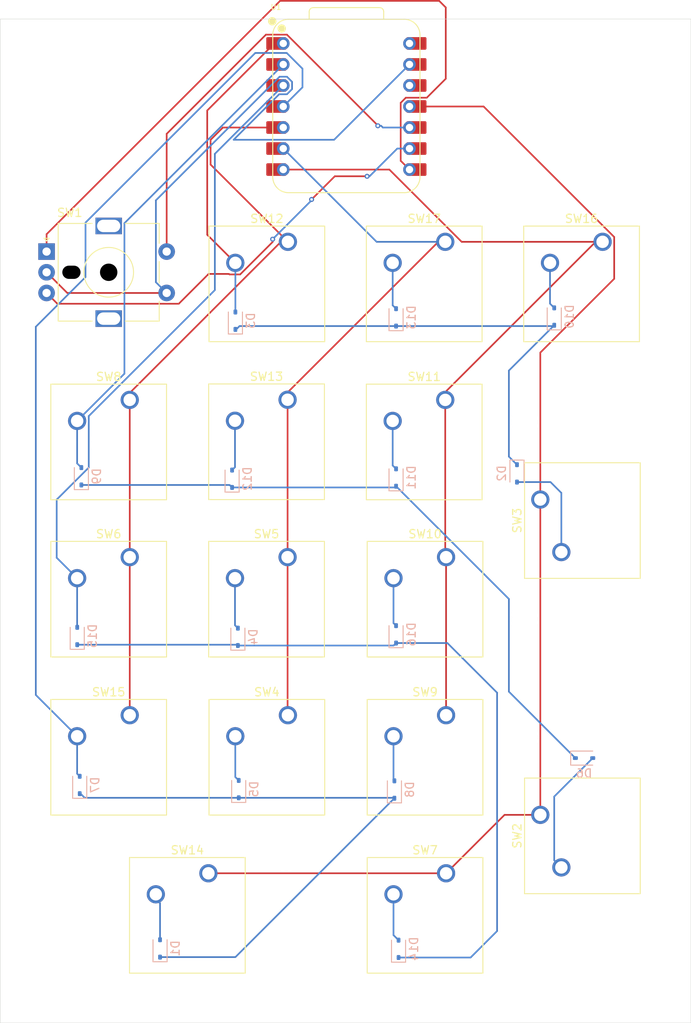
<source format=kicad_pcb>
(kicad_pcb (version 20241229) (generator "pcbnew") (generator_version "9.0")
  (layers (0 "F.Cu" signal) (2 "B.Cu" signal) (13 "F.Paste" user) (15 "B.Paste" user) (5 "F.SilkS" user "F.Silkscreen") (7 "B.SilkS" user "B.Silkscreen") (1 "F.Mask" user) (3 "B.Mask" user) (25 "Edge.Cuts" user))
  (net 0 "")
  (net 1 "ROW0")
  (net 2 "Net-(D1-A)")
  (net 3 "Net-(D4-A)")
  (net 4 "ROW1")
  (net 5 "ROW2")
  (net 6 "ROW3")
  (net 7 "Net-(D8-A)")
  (net 8 "GND")
  (net 9 "Net-(U1-GPIO2{slash}SCK)")
  (net 10 "Net-(U1-GPIO1{slash}RX)")
  (net 13 "3V3")
  (net 14 "COL0")
  (net 15 "COL1")
  (net 16 "COL2")
  (net 18 "COL3")
  (footprint "Button_Switch_Keyboard:SW_Cherry_MX_1.00u_PCB" (layer "F.Cu") (at 76.6 131.92)
    (property "Reference" "SW5" (at -2.54 -2.794 0) (layer "F.SilkS"))
    (property "Value" "SW_Push_45deg")
    (fp_line (start -9.525 -1.905) (end 4.445 -1.905) (stroke (width 0.12)) (layer "F.SilkS"))
    (fp_line (start -9.525 12.065) (end -9.525 -1.905) (stroke (width 0.12)) (layer "F.SilkS"))
    (fp_line (start 4.445 -1.905) (end 4.445 12.065) (stroke (width 0.12)) (layer "F.SilkS"))
    (fp_line (start 4.445 12.065) (end -9.525 12.065) (stroke (width 0.12)) (layer "F.SilkS"))
    (pad "" np_thru_hole circle (at -7.62 5.08) (size 1.7 1.7) (drill 1.7) (layers "*.Cu" "*.Mask"))
    (pad "" np_thru_hole circle (at -2.54 5.08) (size 4 4) (drill 4) (layers "*.Cu" "*.Mask"))
    (pad "" np_thru_hole circle (at 2.54 5.08) (size 1.7 1.7) (drill 1.7) (layers "*.Cu" "*.Mask"))
    (pad "1" thru_hole circle (at 0 0) (size 2.2 2.2) (drill 1.5) (layers "*.Cu" "*.Mask") (net 15 "COL1"))
    (pad "2" thru_hole circle (at -6.35 2.54) (size 2.2 2.2) (drill 1.5) (layers "*.Cu" "*.Mask") (net 3 "Net-(D4-A)"))
  )
  (footprint "Button_Switch_Keyboard:SW_Cherry_MX_1.00u_PCB" (layer "F.Cu") (at 76.6 112.9)
    (property "Reference" "SW13" (at -2.54 -2.794 0) (layer "F.SilkS"))
    (property "Value" "SW_Push_45deg")
    (fp_line (start -9.525 -1.905) (end 4.445 -1.905) (stroke (width 0.12)) (layer "F.SilkS"))
    (fp_line (start -9.525 12.065) (end -9.525 -1.905) (stroke (width 0.12)) (layer "F.SilkS"))
    (fp_line (start 4.445 -1.905) (end 4.445 12.065) (stroke (width 0.12)) (layer "F.SilkS"))
    (fp_line (start 4.445 12.065) (end -9.525 12.065) (stroke (width 0.12)) (layer "F.SilkS"))
    (pad "" np_thru_hole circle (at -7.62 5.08) (size 1.7 1.7) (drill 1.7) (layers "*.Cu" "*.Mask"))
    (pad "" np_thru_hole circle (at -2.54 5.08) (size 4 4) (drill 4) (layers "*.Cu" "*.Mask"))
    (pad "" np_thru_hole circle (at 2.54 5.08) (size 1.7 1.7) (drill 1.7) (layers "*.Cu" "*.Mask"))
    (pad "1" thru_hole circle (at 0 0) (size 2.2 2.2) (drill 1.5) (layers "*.Cu" "*.Mask") (net 15 "COL1"))
    (pad "2" thru_hole circle (at -6.35 2.54) (size 2.2 2.2) (drill 1.5) (layers "*.Cu" "*.Mask"))
  )
  (footprint "Seeed Studio XIAO Series Library:XIAO-RP2040-DIP" (layer "F.Cu") (at 83.7 77.4685)
    (property "Reference" "U1" (at -8.5 -12 0) (layer "F.SilkS") (effects (font (size 0.635 0.635) (thickness 0.1016))))
    (property "Value" "XIAO-RP2040-DIP")
    (fp_line (start -8.89 8.509) (end -8.89 -8.636) (stroke (width 0.127)) (layer "F.SilkS"))
    (fp_line (start -6.985 10.414) (end 6.985 10.414) (stroke (width 0.127)) (layer "F.SilkS"))
    (fp_line (start -4.495 -10.541) (end -4.491272 -11.451272) (stroke (width 0.127)) (layer "F.SilkS"))
    (fp_line (start -3.991272 -11.951) (end 4.004 -11.951) (stroke (width 0.127)) (layer "F.SilkS"))
    (fp_line (start 4.504 -11.451) (end 4.504 -10.541) (stroke (width 0.127)) (layer "F.SilkS"))
    (fp_line (start 6.985 -10.541) (end -6.985 -10.541) (stroke (width 0.1)) (layer "F.SilkS"))
    (fp_line (start 6.985 -10.541) (end -6.985 -10.541) (stroke (width 0.127)) (layer "F.SilkS"))
    (fp_line (start 8.89 8.509) (end 8.89 -8.636) (stroke (width 0.127)) (layer "F.SilkS"))
    (fp_arc (start -8.89 -8.636) (mid -8.332038 -9.983038) (end -6.985 -10.541) (stroke (width 0.127)) (layer "F.SilkS"))
    (fp_arc (start -6.985 10.414) (mid -8.332038 9.856038) (end -8.89 8.509) (stroke (width 0.127)) (layer "F.SilkS"))
    (fp_arc (start -4.491272 -11.451272) (mid -4.344728 -11.80464) (end -3.991272 -11.951) (stroke (width 0.127)) (layer "F.SilkS"))
    (fp_arc (start 4.004 -11.951) (mid 4.357553 -11.804553) (end 4.504 -11.451) (stroke (width 0.127)) (layer "F.SilkS"))
    (fp_arc (start 6.985 -10.541) (mid 8.332038 -9.983038) (end 8.89 -8.636) (stroke (width 0.127)) (layer "F.SilkS"))
    (fp_arc (start 8.89 8.509) (mid 8.332038 9.856038) (end 6.985 10.414) (stroke (width 0.127)) (layer "F.SilkS"))
    (fp_circle (center -8.95 -10.3) (end -8.95 -10.554) (stroke (width 0.5)) (fill yes) (layer "F.SilkS"))
    (fp_circle (center -7.807 -9.42) (end -7.807 -9.674) (stroke (width 0.5)) (fill yes) (layer "F.SilkS"))
    (pad "1" smd roundrect (at -8.455 -7.62 180) (size 2.432 1.524) (layers "F.Cu" "F.Mask") (roundrect_rratio 0.1) (net 1 "ROW0"))
    (pad "1" thru_hole circle (at -7.62 -7.62 180) (size 1.524 1.524) (drill 0.889) (layers "*.Cu" "*.Mask") (net 1 "ROW0"))
    (pad "2" smd roundrect (at -8.455 -5.08 180) (size 2.432 1.524) (layers "F.Cu" "F.Mask") (roundrect_rratio 0.1) (net 4 "ROW1"))
    (pad "2" thru_hole circle (at -7.62 -5.08 180) (size 1.524 1.524) (drill 0.889) (layers "*.Cu" "*.Mask") (net 4 "ROW1"))
    (pad "3" smd roundrect (at -8.455 -2.54 180) (size 2.432 1.524) (layers "F.Cu" "F.Mask") (roundrect_rratio 0.1) (net 5 "ROW2"))
    (pad "3" thru_hole circle (at -7.62 -2.54 180) (size 1.524 1.524) (drill 0.889) (layers "*.Cu" "*.Mask"))
    (pad "4" smd roundrect (at -8.455 0 180) (size 2.432 1.524) (layers "F.Cu" "F.Mask") (roundrect_rratio 0.1) (net 6 "ROW3"))
    (pad "4" thru_hole circle (at -7.62 0 180) (size 1.524 1.524) (drill 0.889) (layers "*.Cu" "*.Mask"))
    (pad "5" smd roundrect (at -8.455 2.54 180) (size 2.432 1.524) (layers "F.Cu" "F.Mask") (roundrect_rratio 0.1) (net 14 "COL0"))
    (pad "5" thru_hole circle (at -7.62 2.54 180) (size 1.524 1.524) (drill 0.889) (layers "*.Cu" "*.Mask") (net 14 "COL0"))
    (pad "6" smd roundrect (at -8.455 5.08 180) (size 2.432 1.524) (layers "F.Cu" "F.Mask") (roundrect_rratio 0.1) (net 15 "COL1"))
    (pad "6" thru_hole circle (at -7.62 5.08 180) (size 1.524 1.524) (drill 0.889) (layers "*.Cu" "*.Mask") (net 15 "COL1"))
    (pad "7" smd roundrect (at -8.455 7.62 180) (size 2.432 1.524) (layers "F.Cu" "F.Mask") (roundrect_rratio 0.1) (net 16 "COL2"))
    (pad "7" thru_hole circle (at -7.62 7.62 180) (size 1.524 1.524) (drill 0.889) (layers "*.Cu" "*.Mask") (net 16 "COL2"))
    (pad "8" thru_hole circle (at 7.62 7.62) (size 1.524 1.524) (drill 0.889) (layers "*.Cu" "*.Mask") (net 10 "Net-(U1-GPIO1{slash}RX)"))
    (pad "8" smd roundrect (at 8.455 7.62) (size 2.432 1.524) (layers "F.Cu" "F.Mask") (roundrect_rratio 0.1) (net 10 "Net-(U1-GPIO1{slash}RX)"))
    (pad "9" thru_hole circle (at 7.62 5.08) (size 1.524 1.524) (drill 0.889) (layers "*.Cu" "*.Mask") (net 9 "Net-(U1-GPIO2{slash}SCK)"))
    (pad "9" smd roundrect (at 8.455 5.08) (size 2.432 1.524) (layers "F.Cu" "F.Mask") (roundrect_rratio 0.1) (net 9 "Net-(U1-GPIO2{slash}SCK)"))
    (pad "10" thru_hole circle (at 7.62 2.54) (size 1.524 1.524) (drill 0.889) (layers "*.Cu" "*.Mask"))
    (pad "10" smd roundrect (at 8.455 2.54) (size 2.432 1.524) (layers "F.Cu" "F.Mask") (roundrect_rratio 0.1))
    (pad "11" thru_hole circle (at 7.62 0) (size 1.524 1.524) (drill 0.889) (layers "*.Cu" "*.Mask") (net 18 "COL3"))
    (pad "11" smd roundrect (at 8.455 0) (size 2.432 1.524) (layers "F.Cu" "F.Mask") (roundrect_rratio 0.1) (net 18 "COL3"))
    (pad "12" thru_hole circle (at 7.62 -2.54) (size 1.524 1.524) (drill 0.889) (layers "*.Cu" "*.Mask"))
    (pad "12" smd roundrect (at 8.455 -2.54) (size 2.432 1.524) (layers "F.Cu" "F.Mask") (roundrect_rratio 0.1) (net 13 "3V3"))
    (pad "13" thru_hole circle (at 7.62 -5.08) (size 1.524 1.524) (drill 0.889) (layers "*.Cu" "*.Mask") (net 8 "GND"))
    (pad "13" smd roundrect (at 8.455 -5.08) (size 2.432 1.524) (layers "F.Cu" "F.Mask") (roundrect_rratio 0.1) (net 8 "GND"))
    (pad "14" thru_hole circle (at 7.62 -7.62) (size 1.524 1.524) (drill 0.889) (layers "*.Cu" "*.Mask"))
    (pad "14" smd roundrect (at 8.455 -7.62) (size 2.432 1.524) (layers "F.Cu" "F.Mask") (roundrect_rratio 0.1))
  )
  (footprint "Button_Switch_Keyboard:SW_Cherry_MX_1.00u_PCB" (layer "F.Cu") (at 95.64 93.82)
    (property "Reference" "SW17" (at -2.54 -2.794 0) (layer "F.SilkS"))
    (property "Value" "SW_Push_45deg")
    (fp_line (start -9.525 -1.905) (end 4.445 -1.905) (stroke (width 0.12)) (layer "F.SilkS"))
    (fp_line (start -9.525 12.065) (end -9.525 -1.905) (stroke (width 0.12)) (layer "F.SilkS"))
    (fp_line (start 4.445 -1.905) (end 4.445 12.065) (stroke (width 0.12)) (layer "F.SilkS"))
    (fp_line (start 4.445 12.065) (end -9.525 12.065) (stroke (width 0.12)) (layer "F.SilkS"))
    (pad "" np_thru_hole circle (at -7.62 5.08) (size 1.7 1.7) (drill 1.7) (layers "*.Cu" "*.Mask"))
    (pad "" np_thru_hole circle (at -2.54 5.08) (size 4 4) (drill 4) (layers "*.Cu" "*.Mask"))
    (pad "" np_thru_hole circle (at 2.54 5.08) (size 1.7 1.7) (drill 1.7) (layers "*.Cu" "*.Mask"))
    (pad "1" thru_hole circle (at 0 0) (size 2.2 2.2) (drill 1.5) (layers "*.Cu" "*.Mask") (net 15 "COL1"))
    (pad "2" thru_hole circle (at -6.35 2.54) (size 2.2 2.2) (drill 1.5) (layers "*.Cu" "*.Mask"))
  )
  (footprint "Button_Switch_Keyboard:SW_Cherry_MX_1.00u_PCB" (layer "F.Cu") (at 57.54 151.02)
    (property "Reference" "SW15" (at -2.54 -2.794 0) (layer "F.SilkS"))
    (property "Value" "SW_Push_45deg")
    (fp_line (start -9.525 -1.905) (end 4.445 -1.905) (stroke (width 0.12)) (layer "F.SilkS"))
    (fp_line (start -9.525 12.065) (end -9.525 -1.905) (stroke (width 0.12)) (layer "F.SilkS"))
    (fp_line (start 4.445 -1.905) (end 4.445 12.065) (stroke (width 0.12)) (layer "F.SilkS"))
    (fp_line (start 4.445 12.065) (end -9.525 12.065) (stroke (width 0.12)) (layer "F.SilkS"))
    (pad "" np_thru_hole circle (at -7.62 5.08) (size 1.7 1.7) (drill 1.7) (layers "*.Cu" "*.Mask"))
    (pad "" np_thru_hole circle (at -2.54 5.08) (size 4 4) (drill 4) (layers "*.Cu" "*.Mask"))
    (pad "" np_thru_hole circle (at 2.54 5.08) (size 1.7 1.7) (drill 1.7) (layers "*.Cu" "*.Mask"))
    (pad "1" thru_hole circle (at 0 0) (size 2.2 2.2) (drill 1.5) (layers "*.Cu" "*.Mask") (net 14 "COL0"))
    (pad "2" thru_hole circle (at -6.35 2.54) (size 2.2 2.2) (drill 1.5) (layers "*.Cu" "*.Mask"))
  )
  (footprint "Button_Switch_Keyboard:SW_Cherry_MX_1.00u_PCB" (layer "F.Cu") (at 95.74 131.92)
    (property "Reference" "SW10" (at -2.54 -2.794 0) (layer "F.SilkS"))
    (property "Value" "SW_Push_45deg")
    (fp_line (start -9.525 -1.905) (end 4.445 -1.905) (stroke (width 0.12)) (layer "F.SilkS"))
    (fp_line (start -9.525 12.065) (end -9.525 -1.905) (stroke (width 0.12)) (layer "F.SilkS"))
    (fp_line (start 4.445 -1.905) (end 4.445 12.065) (stroke (width 0.12)) (layer "F.SilkS"))
    (fp_line (start 4.445 12.065) (end -9.525 12.065) (stroke (width 0.12)) (layer "F.SilkS"))
    (pad "" np_thru_hole circle (at -7.62 5.08) (size 1.7 1.7) (drill 1.7) (layers "*.Cu" "*.Mask"))
    (pad "" np_thru_hole circle (at -2.54 5.08) (size 4 4) (drill 4) (layers "*.Cu" "*.Mask"))
    (pad "" np_thru_hole circle (at 2.54 5.08) (size 1.7 1.7) (drill 1.7) (layers "*.Cu" "*.Mask"))
    (pad "1" thru_hole circle (at 0 0) (size 2.2 2.2) (drill 1.5) (layers "*.Cu" "*.Mask") (net 16 "COL2"))
    (pad "2" thru_hole circle (at -6.35 2.54) (size 2.2 2.2) (drill 1.5) (layers "*.Cu" "*.Mask"))
  )
  (footprint "Rotary_Encoder:RotaryEncoder_Alps_EC11E-Switch_Vertical_H20mm_MountingHoles" (layer "F.Cu") (at 47.5 95)
    (property "Reference" "SW1" (at 2.8 -4.7 0) (layer "F.SilkS"))
    (property "Value" "RotaryEncoder_Switch_MP")
    (fp_line (start -0.3 -1.6) (end 0.3 -1.6) (stroke (width 0.12)) (layer "F.SilkS"))
    (fp_line (start 0 -1.3) (end -0.3 -1.6) (stroke (width 0.12)) (layer "F.SilkS"))
    (fp_line (start 0.3 -1.6) (end 0 -1.3) (stroke (width 0.12)) (layer "F.SilkS"))
    (fp_line (start 1.4 -3.4) (end 1.4 8.4) (stroke (width 0.12)) (layer "F.SilkS"))
    (fp_line (start 5.5 -3.4) (end 1.4 -3.4) (stroke (width 0.12)) (layer "F.SilkS"))
    (fp_line (start 5.5 8.4) (end 1.4 8.4) (stroke (width 0.12)) (layer "F.SilkS"))
    (fp_line (start 9.5 -3.4) (end 13.6 -3.4) (stroke (width 0.12)) (layer "F.SilkS"))
    (fp_line (start 13.6 -3.4) (end 13.6 -1) (stroke (width 0.12)) (layer "F.SilkS"))
    (fp_line (start 13.6 1.2) (end 13.6 3.8) (stroke (width 0.12)) (layer "F.SilkS"))
    (fp_line (start 13.6 6) (end 13.6 8.4) (stroke (width 0.12)) (layer "F.SilkS"))
    (fp_line (start 13.6 8.4) (end 9.5 8.4) (stroke (width 0.12)) (layer "F.SilkS"))
    (fp_circle (center 7.5 2.5) (end 10.5 2.5) (stroke (width 0.12)) (fill no) (layer "F.SilkS"))
    (pad "" np_thru_hole oval (at 3 2.5) (size 2.2 1.6) (drill oval 2.2 1.6) (layers "*.Mask"))
    (pad "" np_thru_hole circle (at 7.5 2.5) (size 2.1 2.1) (drill 2.1) (layers "*.Mask"))
    (pad "A" thru_hole rect (at 0 0) (size 2 2) (drill 1) (layers "*.Cu" "*.Mask") (net 10 "Net-(U1-GPIO1{slash}RX)"))
    (pad "B" thru_hole circle (at 0 5) (size 2 2) (drill 1) (layers "*.Cu" "*.Mask") (net 9 "Net-(U1-GPIO2{slash}SCK)"))
    (pad "C" thru_hole circle (at 0 2.5) (size 2 2) (drill 1) (layers "*.Cu" "*.Mask") (net 8 "GND"))
    (pad "MP" thru_hole rect (at 7.5 -3.1) (size 3.2 2) (drill oval 2.8 1.5) (layers "*.Cu" "*.Mask"))
    (pad "MP" thru_hole rect (at 7.5 8.1) (size 3.2 2) (drill oval 2.8 1.5) (layers "*.Cu" "*.Mask"))
    (pad "S1" thru_hole circle (at 14.5 5) (size 2 2) (drill 1) (layers "*.Cu" "*.Mask") (net 8 "GND"))
    (pad "S2" thru_hole circle (at 14.5 0) (size 2 2) (drill 1) (layers "*.Cu" "*.Mask"))
  )
  (footprint "Button_Switch_Keyboard:SW_Cherry_MX_2.00u_PCB" (layer "F.Cu") (at 107.12 124.96 90)
    (property "Reference" "SW3" (at -2.54 -2.794 90) (layer "F.SilkS"))
    (property "Value" "SW_Push_45deg")
    (fp_line (start 4.445 -1.905) (end 4.445 12.065) (stroke (width 0.12)) (layer "F.SilkS"))
    (fp_line (start -9.525 -1.905) (end 4.445 -1.905) (stroke (width 0.12)) (layer "F.SilkS"))
    (fp_line (start 4.445 12.065) (end -9.525 12.065) (stroke (width 0.12)) (layer "F.SilkS"))
    (fp_line (start -9.525 12.065) (end -9.525 -1.905) (stroke (width 0.12)) (layer "F.SilkS"))
    (pad "" np_thru_hole circle (at -14.44 -1.92 90) (size 3.05 3.05) (drill 3.05) (layers "*.Cu" "*.Mask"))
    (pad "" np_thru_hole circle (at -14.44 13.32 90) (size 4 4) (drill 4) (layers "*.Cu" "*.Mask"))
    (pad "" np_thru_hole circle (at -7.62 5.08 90) (size 1.7 1.7) (drill 1.7) (layers "*.Cu" "*.Mask"))
    (pad "" np_thru_hole circle (at -2.54 5.08 90) (size 4 4) (drill 4) (layers "*.Cu" "*.Mask"))
    (pad "" np_thru_hole circle (at 2.54 5.08 90) (size 1.7 1.7) (drill 1.7) (layers "*.Cu" "*.Mask"))
    (pad "" np_thru_hole circle (at 9.36 -1.92 90) (size 3.05 3.05) (drill 3.05) (layers "*.Cu" "*.Mask"))
    (pad "" np_thru_hole circle (at 9.36 13.32 90) (size 4 4) (drill 4) (layers "*.Cu" "*.Mask"))
    (pad "1" thru_hole circle (at 0 0 90) (size 2.2 2.2) (drill 1.5) (layers "*.Cu" "*.Mask") (net 18 "COL3"))
    (pad "2" thru_hole circle (at -6.35 2.54 90) (size 2.2 2.2) (drill 1.5) (layers "*.Cu" "*.Mask"))
  )
  (footprint "Button_Switch_Keyboard:SW_Cherry_MX_1.00u_PCB" (layer "F.Cu") (at 114.64 93.82)
    (property "Reference" "SW16" (at -2.54 -2.794 0) (layer "F.SilkS"))
    (property "Value" "SW_Push_45deg")
    (fp_line (start -9.525 -1.905) (end 4.445 -1.905) (stroke (width 0.12)) (layer "F.SilkS"))
    (fp_line (start -9.525 12.065) (end -9.525 -1.905) (stroke (width 0.12)) (layer "F.SilkS"))
    (fp_line (start 4.445 -1.905) (end 4.445 12.065) (stroke (width 0.12)) (layer "F.SilkS"))
    (fp_line (start 4.445 12.065) (end -9.525 12.065) (stroke (width 0.12)) (layer "F.SilkS"))
    (pad "" np_thru_hole circle (at -7.62 5.08) (size 1.7 1.7) (drill 1.7) (layers "*.Cu" "*.Mask"))
    (pad "" np_thru_hole circle (at -2.54 5.08) (size 4 4) (drill 4) (layers "*.Cu" "*.Mask"))
    (pad "" np_thru_hole circle (at 2.54 5.08) (size 1.7 1.7) (drill 1.7) (layers "*.Cu" "*.Mask"))
    (pad "1" thru_hole circle (at 0 0) (size 2.2 2.2) (drill 1.5) (layers "*.Cu" "*.Mask") (net 16 "COL2"))
    (pad "2" thru_hole circle (at -6.35 2.54) (size 2.2 2.2) (drill 1.5) (layers "*.Cu" "*.Mask"))
  )
  (footprint "Button_Switch_Keyboard:SW_Cherry_MX_1.00u_PCB" (layer "F.Cu") (at 95.74 151.02)
    (property "Reference" "SW9" (at -2.54 -2.794 0) (layer "F.SilkS"))
    (property "Value" "SW_Push_45deg")
    (fp_line (start -9.525 -1.905) (end 4.445 -1.905) (stroke (width 0.12)) (layer "F.SilkS"))
    (fp_line (start -9.525 12.065) (end -9.525 -1.905) (stroke (width 0.12)) (layer "F.SilkS"))
    (fp_line (start 4.445 -1.905) (end 4.445 12.065) (stroke (width 0.12)) (layer "F.SilkS"))
    (fp_line (start 4.445 12.065) (end -9.525 12.065) (stroke (width 0.12)) (layer "F.SilkS"))
    (pad "" np_thru_hole circle (at -7.62 5.08) (size 1.7 1.7) (drill 1.7) (layers "*.Cu" "*.Mask"))
    (pad "" np_thru_hole circle (at -2.54 5.08) (size 4 4) (drill 4) (layers "*.Cu" "*.Mask"))
    (pad "" np_thru_hole circle (at 2.54 5.08) (size 1.7 1.7) (drill 1.7) (layers "*.Cu" "*.Mask"))
    (pad "1" thru_hole circle (at 0 0) (size 2.2 2.2) (drill 1.5) (layers "*.Cu" "*.Mask") (net 16 "COL2"))
    (pad "2" thru_hole circle (at -6.35 2.54) (size 2.2 2.2) (drill 1.5) (layers "*.Cu" "*.Mask") (net 7 "Net-(D8-A)"))
  )
  (footprint "Button_Switch_Keyboard:SW_Cherry_MX_1.00u_PCB" (layer "F.Cu") (at 57.54 131.92)
    (property "Reference" "SW6" (at -2.54 -2.794 0) (layer "F.SilkS"))
    (property "Value" "SW_Push_45deg")
    (fp_line (start -9.525 -1.905) (end 4.445 -1.905) (stroke (width 0.12)) (layer "F.SilkS"))
    (fp_line (start -9.525 12.065) (end -9.525 -1.905) (stroke (width 0.12)) (layer "F.SilkS"))
    (fp_line (start 4.445 -1.905) (end 4.445 12.065) (stroke (width 0.12)) (layer "F.SilkS"))
    (fp_line (start 4.445 12.065) (end -9.525 12.065) (stroke (width 0.12)) (layer "F.SilkS"))
    (pad "" np_thru_hole circle (at -7.62 5.08) (size 1.7 1.7) (drill 1.7) (layers "*.Cu" "*.Mask"))
    (pad "" np_thru_hole circle (at -2.54 5.08) (size 4 4) (drill 4) (layers "*.Cu" "*.Mask"))
    (pad "" np_thru_hole circle (at 2.54 5.08) (size 1.7 1.7) (drill 1.7) (layers "*.Cu" "*.Mask"))
    (pad "1" thru_hole circle (at 0 0) (size 2.2 2.2) (drill 1.5) (layers "*.Cu" "*.Mask") (net 14 "COL0"))
    (pad "2" thru_hole circle (at -6.35 2.54) (size 2.2 2.2) (drill 1.5) (layers "*.Cu" "*.Mask"))
  )
  (footprint "Button_Switch_Keyboard:SW_Cherry_MX_2.00u_PCB" (layer "F.Cu") (at 107.12 163.06 90)
    (property "Reference" "SW2" (at -2.54 -2.794 90) (layer "F.SilkS"))
    (property "Value" "SW_Push_45deg")
    (fp_line (start 4.445 -1.905) (end 4.445 12.065) (stroke (width 0.12)) (layer "F.SilkS"))
    (fp_line (start -9.525 -1.905) (end 4.445 -1.905) (stroke (width 0.12)) (layer "F.SilkS"))
    (fp_line (start 4.445 12.065) (end -9.525 12.065) (stroke (width 0.12)) (layer "F.SilkS"))
    (fp_line (start -9.525 12.065) (end -9.525 -1.905) (stroke (width 0.12)) (layer "F.SilkS"))
    (pad "" np_thru_hole circle (at -14.44 -1.92 90) (size 3.05 3.05) (drill 3.05) (layers "*.Cu" "*.Mask"))
    (pad "" np_thru_hole circle (at -14.44 13.32 90) (size 4 4) (drill 4) (layers "*.Cu" "*.Mask"))
    (pad "" np_thru_hole circle (at -7.62 5.08 90) (size 1.7 1.7) (drill 1.7) (layers "*.Cu" "*.Mask"))
    (pad "" np_thru_hole circle (at -2.54 5.08 90) (size 4 4) (drill 4) (layers "*.Cu" "*.Mask"))
    (pad "" np_thru_hole circle (at 2.54 5.08 90) (size 1.7 1.7) (drill 1.7) (layers "*.Cu" "*.Mask"))
    (pad "" np_thru_hole circle (at 9.36 -1.92 90) (size 3.05 3.05) (drill 3.05) (layers "*.Cu" "*.Mask"))
    (pad "" np_thru_hole circle (at 9.36 13.32 90) (size 4 4) (drill 4) (layers "*.Cu" "*.Mask"))
    (pad "1" thru_hole circle (at 0 0 90) (size 2.2 2.2) (drill 1.5) (layers "*.Cu" "*.Mask") (net 18 "COL3"))
    (pad "2" thru_hole circle (at -6.35 2.54 90) (size 2.2 2.2) (drill 1.5) (layers "*.Cu" "*.Mask"))
  )
  (footprint "Button_Switch_Keyboard:SW_Cherry_MX_1.00u_PCB" (layer "F.Cu") (at 95.64 112.92)
    (property "Reference" "SW11" (at -2.54 -2.794 0) (layer "F.SilkS"))
    (property "Value" "SW_Push_45deg")
    (fp_line (start -9.525 -1.905) (end 4.445 -1.905) (stroke (width 0.12)) (layer "F.SilkS"))
    (fp_line (start -9.525 12.065) (end -9.525 -1.905) (stroke (width 0.12)) (layer "F.SilkS"))
    (fp_line (start 4.445 -1.905) (end 4.445 12.065) (stroke (width 0.12)) (layer "F.SilkS"))
    (fp_line (start 4.445 12.065) (end -9.525 12.065) (stroke (width 0.12)) (layer "F.SilkS"))
    (pad "" np_thru_hole circle (at -7.62 5.08) (size 1.7 1.7) (drill 1.7) (layers "*.Cu" "*.Mask"))
    (pad "" np_thru_hole circle (at -2.54 5.08) (size 4 4) (drill 4) (layers "*.Cu" "*.Mask"))
    (pad "" np_thru_hole circle (at 2.54 5.08) (size 1.7 1.7) (drill 1.7) (layers "*.Cu" "*.Mask"))
    (pad "1" thru_hole circle (at 0 0) (size 2.2 2.2) (drill 1.5) (layers "*.Cu" "*.Mask") (net 16 "COL2"))
    (pad "2" thru_hole circle (at -6.35 2.54) (size 2.2 2.2) (drill 1.5) (layers "*.Cu" "*.Mask"))
  )
  (footprint "Button_Switch_Keyboard:SW_Cherry_MX_1.00u_PCB" (layer "F.Cu") (at 57.54 112.92)
    (property "Reference" "SW8" (at -2.54 -2.794 0) (layer "F.SilkS"))
    (property "Value" "SW_Push_45deg")
    (fp_line (start -9.525 -1.905) (end 4.445 -1.905) (stroke (width 0.12)) (layer "F.SilkS"))
    (fp_line (start -9.525 12.065) (end -9.525 -1.905) (stroke (width 0.12)) (layer "F.SilkS"))
    (fp_line (start 4.445 -1.905) (end 4.445 12.065) (stroke (width 0.12)) (layer "F.SilkS"))
    (fp_line (start 4.445 12.065) (end -9.525 12.065) (stroke (width 0.12)) (layer "F.SilkS"))
    (pad "" np_thru_hole circle (at -7.62 5.08) (size 1.7 1.7) (drill 1.7) (layers "*.Cu" "*.Mask"))
    (pad "" np_thru_hole circle (at -2.54 5.08) (size 4 4) (drill 4) (layers "*.Cu" "*.Mask"))
    (pad "" np_thru_hole circle (at 2.54 5.08) (size 1.7 1.7) (drill 1.7) (layers "*.Cu" "*.Mask"))
    (pad "1" thru_hole circle (at 0 0) (size 2.2 2.2) (drill 1.5) (layers "*.Cu" "*.Mask") (net 14 "COL0"))
    (pad "2" thru_hole circle (at -6.35 2.54) (size 2.2 2.2) (drill 1.5) (layers "*.Cu" "*.Mask"))
  )
  (footprint "Button_Switch_Keyboard:SW_Cherry_MX_1.00u_PCB" (layer "F.Cu") (at 76.64 151.02)
    (property "Reference" "SW4" (at -2.54 -2.794 0) (layer "F.SilkS"))
    (property "Value" "SW_Push_45deg")
    (fp_line (start -9.525 -1.905) (end 4.445 -1.905) (stroke (width 0.12)) (layer "F.SilkS"))
    (fp_line (start -9.525 12.065) (end -9.525 -1.905) (stroke (width 0.12)) (layer "F.SilkS"))
    (fp_line (start 4.445 -1.905) (end 4.445 12.065) (stroke (width 0.12)) (layer "F.SilkS"))
    (fp_line (start 4.445 12.065) (end -9.525 12.065) (stroke (width 0.12)) (layer "F.SilkS"))
    (pad "" np_thru_hole circle (at -7.62 5.08) (size 1.7 1.7) (drill 1.7) (layers "*.Cu" "*.Mask"))
    (pad "" np_thru_hole circle (at -2.54 5.08) (size 4 4) (drill 4) (layers "*.Cu" "*.Mask"))
    (pad "" np_thru_hole circle (at 2.54 5.08) (size 1.7 1.7) (drill 1.7) (layers "*.Cu" "*.Mask"))
    (pad "1" thru_hole circle (at 0 0) (size 2.2 2.2) (drill 1.5) (layers "*.Cu" "*.Mask") (net 15 "COL1"))
    (pad "2" thru_hole circle (at -6.35 2.54) (size 2.2 2.2) (drill 1.5) (layers "*.Cu" "*.Mask"))
  )
  (footprint "Button_Switch_Keyboard:SW_Cherry_MX_2.00u_PCB" (layer "F.Cu") (at 67.04 170.12)
    (property "Reference" "SW14" (at -2.54 -2.794 0) (layer "F.SilkS"))
    (property "Value" "SW_Push_45deg")
    (fp_line (start -9.525 -1.905) (end 4.445 -1.905) (stroke (width 0.12)) (layer "F.SilkS"))
    (fp_line (start -9.525 12.065) (end -9.525 -1.905) (stroke (width 0.12)) (layer "F.SilkS"))
    (fp_line (start 4.445 -1.905) (end 4.445 12.065) (stroke (width 0.12)) (layer "F.SilkS"))
    (fp_line (start 4.445 12.065) (end -9.525 12.065) (stroke (width 0.12)) (layer "F.SilkS"))
    (pad "" np_thru_hole circle (at -14.44 -1.92) (size 3.05 3.05) (drill 3.05) (layers "*.Cu" "*.Mask"))
    (pad "" np_thru_hole circle (at -14.44 13.32) (size 4 4) (drill 4) (layers "*.Cu" "*.Mask"))
    (pad "" np_thru_hole circle (at -7.62 5.08) (size 1.7 1.7) (drill 1.7) (layers "*.Cu" "*.Mask"))
    (pad "" np_thru_hole circle (at -2.54 5.08) (size 4 4) (drill 4) (layers "*.Cu" "*.Mask"))
    (pad "" np_thru_hole circle (at 2.54 5.08) (size 1.7 1.7) (drill 1.7) (layers "*.Cu" "*.Mask"))
    (pad "" np_thru_hole circle (at 9.36 -1.92) (size 3.05 3.05) (drill 3.05) (layers "*.Cu" "*.Mask"))
    (pad "" np_thru_hole circle (at 9.36 13.32) (size 4 4) (drill 4) (layers "*.Cu" "*.Mask"))
    (pad "1" thru_hole circle (at 0 0) (size 2.2 2.2) (drill 1.5) (layers "*.Cu" "*.Mask") (net 18 "COL3"))
    (pad "2" thru_hole circle (at -6.35 2.54) (size 2.2 2.2) (drill 1.5) (layers "*.Cu" "*.Mask") (net 2 "Net-(D1-A)"))
  )
  (footprint "Button_Switch_Keyboard:SW_Cherry_MX_1.00u_PCB" (layer "F.Cu") (at 95.74 170.12)
    (property "Reference" "SW7" (at -2.54 -2.794 0) (layer "F.SilkS"))
    (property "Value" "SW_Push_45deg")
    (fp_line (start -9.525 -1.905) (end 4.445 -1.905) (stroke (width 0.12)) (layer "F.SilkS"))
    (fp_line (start -9.525 12.065) (end -9.525 -1.905) (stroke (width 0.12)) (layer "F.SilkS"))
    (fp_line (start 4.445 -1.905) (end 4.445 12.065) (stroke (width 0.12)) (layer "F.SilkS"))
    (fp_line (start 4.445 12.065) (end -9.525 12.065) (stroke (width 0.12)) (layer "F.SilkS"))
    (pad "" np_thru_hole circle (at -7.62 5.08) (size 1.7 1.7) (drill 1.7) (layers "*.Cu" "*.Mask"))
    (pad "" np_thru_hole circle (at -2.54 5.08) (size 4 4) (drill 4) (layers "*.Cu" "*.Mask"))
    (pad "" np_thru_hole circle (at 2.54 5.08) (size 1.7 1.7) (drill 1.7) (layers "*.Cu" "*.Mask"))
    (pad "1" thru_hole circle (at 0 0) (size 2.2 2.2) (drill 1.5) (layers "*.Cu" "*.Mask") (net 18 "COL3"))
    (pad "2" thru_hole circle (at -6.35 2.54) (size 2.2 2.2) (drill 1.5) (layers "*.Cu" "*.Mask"))
  )
  (footprint "Button_Switch_Keyboard:SW_Cherry_MX_1.00u_PCB" (layer "F.Cu") (at 76.64 93.82)
    (property "Reference" "SW12" (at -2.54 -2.794 0) (layer "F.SilkS"))
    (property "Value" "SW_Push_45deg")
    (fp_line (start -9.525 -1.905) (end 4.445 -1.905) (stroke (width 0.12)) (layer "F.SilkS"))
    (fp_line (start -9.525 12.065) (end -9.525 -1.905) (stroke (width 0.12)) (layer "F.SilkS"))
    (fp_line (start 4.445 -1.905) (end 4.445 12.065) (stroke (width 0.12)) (layer "F.SilkS"))
    (fp_line (start 4.445 12.065) (end -9.525 12.065) (stroke (width 0.12)) (layer "F.SilkS"))
    (pad "" np_thru_hole circle (at -7.62 5.08) (size 1.7 1.7) (drill 1.7) (layers "*.Cu" "*.Mask"))
    (pad "" np_thru_hole circle (at -2.54 5.08) (size 4 4) (drill 4) (layers "*.Cu" "*.Mask"))
    (pad "" np_thru_hole circle (at 2.54 5.08) (size 1.7 1.7) (drill 1.7) (layers "*.Cu" "*.Mask"))
    (pad "1" thru_hole circle (at 0 0) (size 2.2 2.2) (drill 1.5) (layers "*.Cu" "*.Mask") (net 14 "COL0"))
    (pad "2" thru_hole circle (at -6.35 2.54) (size 2.2 2.2) (drill 1.5) (layers "*.Cu" "*.Mask"))
  )
  (footprint "Diode_SMD:D_SOD-323" (layer "B.Cu") (at 89.5 160 90)
    (property "Reference" "D8" (at 0 1.85 90) (layer "B.SilkS") (effects (justify mirror)))
    (property "Value" "1N4148WS")
    (fp_line (start -1.61 -0.85) (end 1.05 -0.85) (stroke (width 0.12)) (layer "B.SilkS"))
    (fp_line (start -1.61 0.85) (end -1.61 -0.85) (stroke (width 0.12)) (layer "B.SilkS"))
    (fp_line (start -1.61 0.85) (end 1.05 0.85) (stroke (width 0.12)) (layer "B.SilkS"))
    (pad "1" smd roundrect (at -1.05 0 90) (size 0.6 0.45) (layers "B.Cu" "B.Mask" "B.Paste") (net 6 "ROW3"))
    (pad "2" smd roundrect (at 1.05 0 90) (size 0.6 0.45) (layers "B.Cu" "B.Mask" "B.Paste") (net 7 "Net-(D8-A)"))
  )
  (footprint "Diode_SMD:D_SOD-323" (layer "B.Cu") (at 70.6 141.55 90)
    (property "Reference" "D4" (at 0 1.85 90) (layer "B.SilkS") (effects (justify mirror)))
    (property "Value" "1N4148WS")
    (fp_line (start -1.61 -0.85) (end 1.05 -0.85) (stroke (width 0.12)) (layer "B.SilkS"))
    (fp_line (start -1.61 0.85) (end -1.61 -0.85) (stroke (width 0.12)) (layer "B.SilkS"))
    (fp_line (start -1.61 0.85) (end 1.05 0.85) (stroke (width 0.12)) (layer "B.SilkS"))
    (pad "1" smd roundrect (at -1.05 0 90) (size 0.6 0.45) (layers "B.Cu" "B.Mask" "B.Paste") (net 5 "ROW2"))
    (pad "2" smd roundrect (at 1.05 0 90) (size 0.6 0.45) (layers "B.Cu" "B.Mask" "B.Paste") (net 3 "Net-(D4-A)"))
  )
  (footprint "Diode_SMD:D_SOD-323" (layer "B.Cu") (at 89.7 102.95 90)
    (property "Reference" "D13" (at 0 1.85 90) (layer "B.SilkS") (effects (justify mirror)))
    (property "Value" "1N4148WS")
    (fp_line (start -1.61 -0.85) (end 1.05 -0.85) (stroke (width 0.12)) (layer "B.SilkS"))
    (fp_line (start -1.61 0.85) (end -1.61 -0.85) (stroke (width 0.12)) (layer "B.SilkS"))
    (fp_line (start -1.61 0.85) (end 1.05 0.85) (stroke (width 0.12)) (layer "B.SilkS"))
    (pad "1" smd roundrect (at -1.05 0 90) (size 0.6 0.45) (layers "B.Cu" "B.Mask" "B.Paste") (net 1 "ROW0"))
    (pad "2" smd roundrect (at 1.05 0 90) (size 0.6 0.45) (layers "B.Cu" "B.Mask" "B.Paste"))
  )
  (footprint "Diode_SMD:D_SOD-323" (layer "B.Cu") (at 51.2 141.45 90)
    (property "Reference" "D15" (at 0 1.85 90) (layer "B.SilkS") (effects (justify mirror)))
    (property "Value" "1N4148WS")
    (fp_line (start -1.61 -0.85) (end 1.05 -0.85) (stroke (width 0.12)) (layer "B.SilkS"))
    (fp_line (start -1.61 0.85) (end -1.61 -0.85) (stroke (width 0.12)) (layer "B.SilkS"))
    (fp_line (start -1.61 0.85) (end 1.05 0.85) (stroke (width 0.12)) (layer "B.SilkS"))
    (pad "1" smd roundrect (at -1.05 0 90) (size 0.6 0.45) (layers "B.Cu" "B.Mask" "B.Paste") (net 5 "ROW2"))
    (pad "2" smd roundrect (at 1.05 0 90) (size 0.6 0.45) (layers "B.Cu" "B.Mask" "B.Paste"))
  )
  (footprint "Diode_SMD:D_SOD-323" (layer "B.Cu") (at 108.8 102.85 90)
    (property "Reference" "D10" (at 0 1.85 90) (layer "B.SilkS") (effects (justify mirror)))
    (property "Value" "1N4148WS")
    (fp_line (start -1.61 -0.85) (end 1.05 -0.85) (stroke (width 0.12)) (layer "B.SilkS"))
    (fp_line (start -1.61 0.85) (end -1.61 -0.85) (stroke (width 0.12)) (layer "B.SilkS"))
    (fp_line (start -1.61 0.85) (end 1.05 0.85) (stroke (width 0.12)) (layer "B.SilkS"))
    (pad "1" smd roundrect (at -1.05 0 90) (size 0.6 0.45) (layers "B.Cu" "B.Mask" "B.Paste") (net 1 "ROW0"))
    (pad "2" smd roundrect (at 1.05 0 90) (size 0.6 0.45) (layers "B.Cu" "B.Mask" "B.Paste"))
  )
  (footprint "Diode_SMD:D_SOD-323" (layer "B.Cu") (at 51.7 122.15 90)
    (property "Reference" "D9" (at 0 1.85 90) (layer "B.SilkS") (effects (justify mirror)))
    (property "Value" "1N4148WS")
    (fp_line (start -1.61 -0.85) (end 1.05 -0.85) (stroke (width 0.12)) (layer "B.SilkS"))
    (fp_line (start -1.61 0.85) (end -1.61 -0.85) (stroke (width 0.12)) (layer "B.SilkS"))
    (fp_line (start -1.61 0.85) (end 1.05 0.85) (stroke (width 0.12)) (layer "B.SilkS"))
    (pad "1" smd roundrect (at -1.05 0 90) (size 0.6 0.45) (layers "B.Cu" "B.Mask" "B.Paste") (net 4 "ROW1"))
    (pad "2" smd roundrect (at 1.05 0 90) (size 0.6 0.45) (layers "B.Cu" "B.Mask" "B.Paste"))
  )
  (footprint "Diode_SMD:D_SOD-323" (layer "B.Cu") (at 69.9 122.45 90)
    (property "Reference" "D12" (at 0 1.85 90) (layer "B.SilkS") (effects (justify mirror)))
    (property "Value" "1N4148WS")
    (fp_line (start -1.61 -0.85) (end 1.05 -0.85) (stroke (width 0.12)) (layer "B.SilkS"))
    (fp_line (start -1.61 0.85) (end -1.61 -0.85) (stroke (width 0.12)) (layer "B.SilkS"))
    (fp_line (start -1.61 0.85) (end 1.05 0.85) (stroke (width 0.12)) (layer "B.SilkS"))
    (pad "1" smd roundrect (at -1.05 0 90) (size 0.6 0.45) (layers "B.Cu" "B.Mask" "B.Paste") (net 4 "ROW1"))
    (pad "2" smd roundrect (at 1.05 0 90) (size 0.6 0.45) (layers "B.Cu" "B.Mask" "B.Paste"))
  )
  (footprint "Diode_SMD:D_SOD-323" (layer "B.Cu") (at 70.3 103.35 90)
    (property "Reference" "D3" (at 0 1.85 90) (layer "B.SilkS") (effects (justify mirror)))
    (property "Value" "1N4148WS")
    (fp_line (start -1.61 -0.85) (end 1.05 -0.85) (stroke (width 0.12)) (layer "B.SilkS"))
    (fp_line (start -1.61 0.85) (end -1.61 -0.85) (stroke (width 0.12)) (layer "B.SilkS"))
    (fp_line (start -1.61 0.85) (end 1.05 0.85) (stroke (width 0.12)) (layer "B.SilkS"))
    (pad "1" smd roundrect (at -1.05 0 90) (size 0.6 0.45) (layers "B.Cu" "B.Mask" "B.Paste") (net 1 "ROW0"))
    (pad "2" smd roundrect (at 1.05 0 90) (size 0.6 0.45) (layers "B.Cu" "B.Mask" "B.Paste"))
  )
  (footprint "Diode_SMD:D_SOD-323" (layer "B.Cu") (at 51.5 159.45 90)
    (property "Reference" "D7" (at 0 1.85 90) (layer "B.SilkS") (effects (justify mirror)))
    (property "Value" "1N4148WS")
    (fp_line (start -1.61 -0.85) (end 1.05 -0.85) (stroke (width 0.12)) (layer "B.SilkS"))
    (fp_line (start -1.61 0.85) (end -1.61 -0.85) (stroke (width 0.12)) (layer "B.SilkS"))
    (fp_line (start -1.61 0.85) (end 1.05 0.85) (stroke (width 0.12)) (layer "B.SilkS"))
    (pad "1" smd roundrect (at -1.05 0 90) (size 0.6 0.45) (layers "B.Cu" "B.Mask" "B.Paste") (net 6 "ROW3"))
    (pad "2" smd roundrect (at 1.05 0 90) (size 0.6 0.45) (layers "B.Cu" "B.Mask" "B.Paste"))
  )
  (footprint "Diode_SMD:D_SOD-323" (layer "B.Cu") (at 89.7 122.3 90)
    (property "Reference" "D11" (at 0 1.85 90) (layer "B.SilkS") (effects (justify mirror)))
    (property "Value" "1N4148WS")
    (fp_line (start -1.61 -0.85) (end 1.05 -0.85) (stroke (width 0.12)) (layer "B.SilkS"))
    (fp_line (start -1.61 0.85) (end -1.61 -0.85) (stroke (width 0.12)) (layer "B.SilkS"))
    (fp_line (start -1.61 0.85) (end 1.05 0.85) (stroke (width 0.12)) (layer "B.SilkS"))
    (pad "1" smd roundrect (at -1.05 0 90) (size 0.6 0.45) (layers "B.Cu" "B.Mask" "B.Paste") (net 4 "ROW1"))
    (pad "2" smd roundrect (at 1.05 0 90) (size 0.6 0.45) (layers "B.Cu" "B.Mask" "B.Paste"))
  )
  (footprint "Diode_SMD:D_SOD-323" (layer "B.Cu") (at 112.4 156.2)
    (property "Reference" "D6" (at 0 1.85 180) (layer "B.SilkS") (effects (justify mirror)))
    (property "Value" "1N4148WS")
    (fp_line (start -1.61 -0.85) (end 1.05 -0.85) (stroke (width 0.12)) (layer "B.SilkS"))
    (fp_line (start -1.61 0.85) (end -1.61 -0.85) (stroke (width 0.12)) (layer "B.SilkS"))
    (fp_line (start -1.61 0.85) (end 1.05 0.85) (stroke (width 0.12)) (layer "B.SilkS"))
    (pad "1" smd roundrect (at -1.05 0) (size 0.6 0.45) (layers "B.Cu" "B.Mask" "B.Paste") (net 4 "ROW1"))
    (pad "2" smd roundrect (at 1.05 0) (size 0.6 0.45) (layers "B.Cu" "B.Mask" "B.Paste"))
  )
  (footprint "Diode_SMD:D_SOD-323" (layer "B.Cu") (at 61.2 179.2 90)
    (property "Reference" "D1" (at 0 1.85 90) (layer "B.SilkS") (effects (justify mirror)))
    (property "Value" "1N4148WS")
    (fp_line (start -1.61 -0.85) (end 1.05 -0.85) (stroke (width 0.12)) (layer "B.SilkS"))
    (fp_line (start -1.61 0.85) (end -1.61 -0.85) (stroke (width 0.12)) (layer "B.SilkS"))
    (fp_line (start -1.61 0.85) (end 1.05 0.85) (stroke (width 0.12)) (layer "B.SilkS"))
    (pad "1" smd roundrect (at -1.05 0 90) (size 0.6 0.45) (layers "B.Cu" "B.Mask" "B.Paste") (net 6 "ROW3"))
    (pad "2" smd roundrect (at 1.05 0 90) (size 0.6 0.45) (layers "B.Cu" "B.Mask" "B.Paste") (net 2 "Net-(D1-A)"))
  )
  (footprint "Diode_SMD:D_SOD-323" (layer "B.Cu") (at 89.7 141.25 90)
    (property "Reference" "D16" (at 0 1.85 90) (layer "B.SilkS") (effects (justify mirror)))
    (property "Value" "1N4148WS")
    (fp_line (start -1.61 -0.85) (end 1.05 -0.85) (stroke (width 0.12)) (layer "B.SilkS"))
    (fp_line (start -1.61 0.85) (end -1.61 -0.85) (stroke (width 0.12)) (layer "B.SilkS"))
    (fp_line (start -1.61 0.85) (end 1.05 0.85) (stroke (width 0.12)) (layer "B.SilkS"))
    (pad "1" smd roundrect (at -1.05 0 90) (size 0.6 0.45) (layers "B.Cu" "B.Mask" "B.Paste") (net 5 "ROW2"))
    (pad "2" smd roundrect (at 1.05 0 90) (size 0.6 0.45) (layers "B.Cu" "B.Mask" "B.Paste"))
  )
  (footprint "Diode_SMD:D_SOD-323" (layer "B.Cu") (at 90 179.25 90)
    (property "Reference" "D14" (at 0 1.85 90) (layer "B.SilkS") (effects (justify mirror)))
    (property "Value" "1N4148WS")
    (fp_line (start -1.61 -0.85) (end 1.05 -0.85) (stroke (width 0.12)) (layer "B.SilkS"))
    (fp_line (start -1.61 0.85) (end -1.61 -0.85) (stroke (width 0.12)) (layer "B.SilkS"))
    (fp_line (start -1.61 0.85) (end 1.05 0.85) (stroke (width 0.12)) (layer "B.SilkS"))
    (pad "1" smd roundrect (at -1.05 0 90) (size 0.6 0.45) (layers "B.Cu" "B.Mask" "B.Paste") (net 5 "ROW2"))
    (pad "2" smd roundrect (at 1.05 0 90) (size 0.6 0.45) (layers "B.Cu" "B.Mask" "B.Paste"))
  )
  (footprint "Diode_SMD:D_SOD-323" (layer "B.Cu") (at 70.7 159.95 90)
    (property "Reference" "D5" (at 0 1.85 90) (layer "B.SilkS") (effects (justify mirror)))
    (property "Value" "1N4148WS")
    (fp_line (start -1.61 -0.85) (end 1.05 -0.85) (stroke (width 0.12)) (layer "B.SilkS"))
    (fp_line (start -1.61 0.85) (end -1.61 -0.85) (stroke (width 0.12)) (layer "B.SilkS"))
    (fp_line (start -1.61 0.85) (end 1.05 0.85) (stroke (width 0.12)) (layer "B.SilkS"))
    (pad "1" smd roundrect (at -1.05 0 90) (size 0.6 0.45) (layers "B.Cu" "B.Mask" "B.Paste") (net 6 "ROW3"))
    (pad "2" smd roundrect (at 1.05 0 90) (size 0.6 0.45) (layers "B.Cu" "B.Mask" "B.Paste"))
  )
  (footprint "Diode_SMD:D_SOD-323" (layer "B.Cu") (at 104.3 121.8 -90)
    (property "Reference" "D2" (at 0 1.85 90) (layer "B.SilkS") (effects (justify mirror)))
    (property "Value" "1N4148WS")
    (fp_line (start -1.61 0.85) (end 1.05 0.85) (stroke (width 0.12)) (layer "B.SilkS"))
    (fp_line (start -1.61 0.85) (end -1.61 -0.85) (stroke (width 0.12)) (layer "B.SilkS"))
    (fp_line (start -1.61 -0.85) (end 1.05 -0.85) (stroke (width 0.12)) (layer "B.SilkS"))
    (pad "1" smd roundrect (at -1.05 0 270) (size 0.6 0.45) (layers "B.Cu" "B.Mask" "B.Paste"))
    (pad "2" smd roundrect (at 1.05 0 270) (size 0.6 0.45) (layers "B.Cu" "B.Mask" "B.Paste"))
  )
  (gr_rect (start 41.9 66.9) (end 125.3 188.2) (stroke (width 0.05)) (fill no) (layer "Edge.Cuts"))
  (segment (start 62 95) (end 62 80.774874) (width 0.2) (layer "F.Cu") (net 0))
  (segment (start 76.52031 68.7855) (end 87.5 79.76519) (width 0.2) (layer "F.Cu") (net 0))
  (segment (start 87.5 79.76519) (end 87.5 79.8) (width 0.2) (layer "F.Cu") (net 0))
  (segment (start 62 80.774874) (end 73.989374 68.7855) (width 0.2) (layer "F.Cu") (net 0))
  (segment (start 73.989374 68.7855) (end 76.52031 68.7855) (width 0.2) (layer "F.Cu") (net 0))
  (via (at 87.5 79.8) (size 0.6) (drill 0.3) (layers "F.Cu" "B.Cu") (net 0))
  (segment (start 89.39 177.59) (end 90 178.2) (width 0.2) (layer "B.Cu") (net 0))
  (segment (start 88.1085 80.0085) (end 91.32 80.0085) (width 0.2) (layer "B.Cu") (net 0))
  (segment (start 87.9 79.8) (end 88.1085 80.0085) (width 0.2) (layer "B.Cu") (net 0))
  (segment (start 89.39 172.66) (end 89.39 177.59) (width 0.2) (layer "B.Cu") (net 0))
  (segment (start 87.5 79.8) (end 87.9 79.8) (width 0.2) (layer "B.Cu") (net 0))
  (segment (start 75.00237 69.8485) (end 66.899 77.95187) (width 0.2) (layer "F.Cu") (net 1))
  (segment (start 76.08 69.8485) (end 75.00237 69.8485) (width 0.2) (layer "F.Cu") (net 1))
  (segment (start 66.899 92.969) (end 70.29 96.36) (width 0.2) (layer "F.Cu") (net 1))
  (segment (start 66.899 77.95187) (end 66.899 92.969) (width 0.2) (layer "F.Cu") (net 1))
  (segment (start 108.35 122.85) (end 109.66 124.16) (width 0.2) (layer "B.Cu") (net 1))
  (segment (start 104.3 122.85) (end 108.35 122.85) (width 0.2) (layer "B.Cu") (net 1))
  (segment (start 108.7 104) (end 108.8 103.9) (width 0.2) (layer "B.Cu") (net 1))
  (segment (start 70.3 104.4) (end 70.4 104.4) (width 0.2) (layer "B.Cu") (net 1))
  (segment (start 70.29 96.36) (end 70.29 96.49) (width 0.2) (layer "B.Cu") (net 1))
  (segment (start 70.8 104) (end 89.7 104) (width 0.2) (layer "B.Cu") (net 1))
  (segment (start 109.66 124.16) (end 109.66 131.31) (width 0.2) (layer "B.Cu") (net 1))
  (segment (start 89.29 96.36) (end 89.29 101.49) (width 0.2) (layer "B.Cu") (net 1))
  (segment (start 70.3 96.5) (end 70.3 102.3) (width 0.2) (layer "B.Cu") (net 1))
  (segment (start 108.29 101.29) (end 108.8 101.8) (width 0.2) (layer "B.Cu") (net 1))
  (segment (start 70.4 104.4) (end 70.8 104) (width 0.2) (layer "B.Cu") (net 1))
  (segment (start 70.29 96.49) (end 70.3 96.5) (width 0.2) (layer "B.Cu") (net 1))
  (segment (start 89.7 104) (end 108.7 104) (width 0.2) (layer "B.Cu") (net 1))
  (segment (start 108.8 103.9) (end 103.324 109.376) (width 0.2) (layer "B.Cu") (net 1))
  (segment (start 108.29 96.36) (end 108.29 101.29) (width 0.2) (layer "B.Cu") (net 1))
  (segment (start 103.324 109.376) (end 103.324 119.774) (width 0.2) (layer "B.Cu") (net 1))
  (segment (start 89.29 101.49) (end 89.7 101.9) (width 0.2) (layer "B.Cu") (net 1))
  (segment (start 103.324 119.774) (end 104.3 120.75) (width 0.2) (layer "B.Cu") (net 1))
  (segment (start 61.2 178.15) (end 61.2 173.7371) (width 0.2) (layer "B.Cu") (net 2))
  (segment (start 61.2 173.17) (end 60.69 172.66) (width 0.2) (layer "B.Cu") (net 2))
  (segment (start 61.2 173.7371) (end 60.40645 172.94355) (width 0.2) (layer "B.Cu") (net 2))
  (segment (start 70.25 140.15) (end 70.6 140.5) (width 0.2) (layer "B.Cu") (net 3))
  (segment (start 70.25 134.46) (end 70.25 140.15) (width 0.2) (layer "B.Cu") (net 3))
  (segment (start 89.55 123.5) (end 89.7 123.35) (width 0.2) (layer "B.Cu") (net 4))
  (segment (start 70.25 115.44) (end 70.25 121.05) (width 0.2) (layer "B.Cu") (net 4))
  (segment (start 108.8 160.85) (end 113.45 156.2) (width 0.2) (layer "B.Cu") (net 4))
  (segment (start 69.9 123.5) (end 89.55 123.5) (width 0.2) (layer "B.Cu") (net 4))
  (segment (start 103.324 136.974) (end 103.324 148.174) (width 0.2) (layer "B.Cu") (net 4))
  (segment (start 51.19 115.46) (end 56.901 109.749) (width 0.2) (layer "B.Cu") (net 4))
  (segment (start 89.29 115.46) (end 89.29 120.84) (width 0.2) (layer "B.Cu") (net 4))
  (segment (start 108.8 168.55) (end 108.8 160.85) (width 0.2) (layer "B.Cu") (net 4))
  (segment (start 69.6 123.2) (end 69.9 123.5) (width 0.2) (layer "B.Cu") (net 4))
  (segment (start 89.7 123.35) (end 103.324 136.974) (width 0.2) (layer "B.Cu") (net 4))
  (segment (start 56.901 109.749) (end 56.901 91.5675) (width 0.2) (layer "B.Cu") (net 4))
  (segment (start 103.324 148.174) (end 111.35 156.2) (width 0.2) (layer "B.Cu") (net 4))
  (segment (start 51.19 115.46) (end 51.19 120.59) (width 0.2) (layer "B.Cu") (net 4))
  (segment (start 56.901 91.5675) (end 76.08 72.3885) (width 0.2) (layer "B.Cu") (net 4))
  (segment (start 70.25 121.05) (end 69.9 121.4) (width 0.2) (layer "B.Cu") (net 4))
  (segment (start 51.19 120.59) (end 51.7 121.1) (width 0.2) (layer "B.Cu") (net 4))
  (segment (start 51.7 123.2) (end 69.6 123.2) (width 0.2) (layer "B.Cu") (net 4))
  (segment (start 109.66 169.41) (end 108.8 168.55) (width 0.2) (layer "B.Cu") (net 4))
  (segment (start 89.29 120.84) (end 89.7 121.25) (width 0.2) (layer "B.Cu") (net 4))
  (segment (start 89.39 139.89) (end 89.7 140.2) (width 0.2) (layer "B.Cu") (net 5))
  (segment (start 89.7 142.3) (end 95.9 142.3) (width 0.2) (layer "B.Cu") (net 5))
  (segment (start 48.719 131.989) (end 48.719 124.968894) (width 0.2) (layer "B.Cu") (net 5))
  (segment (start 52.591 114.879686) (end 67.819 99.651686) (width 0.2) (layer "B.Cu") (net 5))
  (segment (start 70.5 142.5) (end 70.6 142.6) (width 0.2) (layer "B.Cu") (net 5))
  (segment (start 67.819 99.651686) (end 67.819 83.1895) (width 0.2) (layer "B.Cu") (net 5))
  (segment (start 51.19 134.46) (end 51.19 140.39) (width 0.2) (layer "B.Cu") (net 5))
  (segment (start 89.39 134.46) (end 89.39 139.89) (width 0.2) (layer "B.Cu") (net 5))
  (segment (start 51.19 140.39) (end 51.2 140.4) (width 0.2) (layer "B.Cu") (net 5))
  (segment (start 48.719 124.968894) (end 52.591 121.096894) (width 0.2) (layer "B.Cu") (net 5))
  (segment (start 51.2 142.5) (end 70.5 142.5) (width 0.2) (layer "B.Cu") (net 5))
  (segment (start 51.19 134.46) (end 48.719 131.989) (width 0.2) (layer "B.Cu") (net 5))
  (segment (start 101.9 177.1) (end 98.7 180.3) (width 0.2) (layer "B.Cu") (net 5))
  (segment (start 101.9 148.3) (end 101.9 177.1) (width 0.2) (layer "B.Cu") (net 5))
  (segment (start 52.591 121.096894) (end 52.591 114.879686) (width 0.2) (layer "B.Cu") (net 5))
  (segment (start 98.7 180.3) (end 90 180.3) (width 0.2) (layer "B.Cu") (net 5))
  (segment (start 67.819 83.1895) (end 76.08 74.9285) (width 0.2) (layer "B.Cu") (net 5))
  (segment (start 95.9 142.3) (end 101.9 148.3) (width 0.2) (layer "B.Cu") (net 5))
  (segment (start 70.6 142.6) (end 89.4 142.6) (width 0.2) (layer "B.Cu") (net 5))
  (segment (start 89.4 142.6) (end 89.7 142.3) (width 0.2) (layer "B.Cu") (net 5))
  (segment (start 51.5 160.5) (end 51.6 160.5) (width 0.2) (layer "B.Cu") (net 6))
  (segment (start 89.45 161) (end 89.5 161.05) (width 0.2) (layer "B.Cu") (net 6))
  (segment (start 52.1 161) (end 70.7 161) (width 0.2) (layer "B.Cu") (net 6))
  (segment (start 72.698 71) (end 76.5 71) (width 0.2) (layer "B.Cu") (net 6))
  (segment (start 89.5 161.05) (end 70.3 180.25) (width 0.2) (layer "B.Cu") (net 6))
  (segment (start 52.201 91.497) (end 72.698 71) (width 0.2) (layer "B.Cu") (net 6))
  (segment (start 78.4 72.9) (end 78.4 75.1485) (width 0.2) (layer "B.Cu") (net 6))
  (segment (start 51.19 153.56) (end 46.199 148.569) (width 0.2) (layer "B.Cu") (net 6))
  (segment (start 76.5 71) (end 78.4 72.9) (width 0.2) (layer "B.Cu") (net 6))
  (segment (start 70.7 161) (end 89.45 161) (width 0.2) (layer "B.Cu") (net 6))
  (segment (start 70.29 158.49) (end 70.7 158.9) (width 0.2) (layer "B.Cu") (net 6))
  (segment (start 52.201 98.080313) (end 52.201 91.497) (width 0.2) (layer "B.Cu") (net 6))
  (segment (start 78.4 75.1485) (end 76.08 77.4685) (width 0.2) (layer "B.Cu") (net 6))
  (segment (start 51.6 160.5) (end 52.1 161) (width 0.2) (layer "B.Cu") (net 6))
  (segment (start 51.19 153.56) (end 51.19 158.09) (width 0.2) (layer "B.Cu") (net 6))
  (segment (start 70.3 180.25) (end 61.2 180.25) (width 0.2) (layer "B.Cu") (net 6))
  (segment (start 46.199 148.569) (end 46.199 104.082313) (width 0.2) (layer "B.Cu") (net 6))
  (segment (start 70.29 153.56) (end 70.29 158.49) (width 0.2) (layer "B.Cu") (net 6))
  (segment (start 46.199 104.082313) (end 52.201 98.080313) (width 0.2) (layer "B.Cu") (net 6))
  (segment (start 51.19 158.09) (end 51.5 158.4) (width 0.2) (layer "B.Cu") (net 6))
  (segment (start 89.39 153.56) (end 89.39 158.84) (width 0.2) (layer "B.Cu") (net 7))
  (segment (start 89.39 158.84) (end 89.5 158.95) (width 0.2) (layer "B.Cu") (net 7))
  (segment (start 50 100) (end 47.5 97.5) (width 0.2) (layer "F.Cu") (net 8))
  (segment (start 62 100) (end 50 100) (width 0.2) (layer "F.Cu") (net 8))
  (segment (start 75.63969 73.8655) (end 60.699 88.80619) (width 0.2) (layer "B.Cu") (net 8))
  (segment (start 75.5841 75.9915) (end 76.52031 75.9915) (width 0.2) (layer "B.Cu") (net 8))
  (segment (start 76.52031 73.8655) (end 75.63969 73.8655) (width 0.2) (layer "B.Cu") (net 8))
  (segment (start 76.52031 75.9915) (end 77.143 75.36881) (width 0.2) (layer "B.Cu") (net 8))
  (segment (start 60.699 98.699) (end 62 100) (width 0.2) (layer "B.Cu") (net 8))
  (segment (start 82.223 81.4855) (end 70.0901 81.4855) (width 0.2) (layer "B.Cu") (net 8))
  (segment (start 77.143 75.36881) (end 77.143 74.48819) (width 0.2) (layer "B.Cu") (net 8))
  (segment (start 77.143 74.48819) (end 76.52031 73.8655) (width 0.2) (layer "B.Cu") (net 8))
  (segment (start 70.0901 81.4855) (end 75.5841 75.9915) (width 0.2) (layer "B.Cu") (net 8))
  (segment (start 91.32 72.3885) (end 82.223 81.4855) (width 0.2) (layer "B.Cu") (net 8))
  (segment (start 60.699 88.80619) (end 60.699 98.699) (width 0.2) (layer "B.Cu") (net 8))
  (segment (start 74.8 93.831314) (end 74.8 93.5) (width 0.2) (layer "F.Cu") (net 9))
  (segment (start 48.801 101.301) (end 63.464414 101.301) (width 0.2) (layer "F.Cu") (net 9))
  (segment (start 82.3 85.9) (end 86.2 85.9) (width 0.2) (layer "F.Cu") (net 9))
  (segment (start 69.57947 97.761) (end 70.870314 97.761) (width 0.2) (layer "F.Cu") (net 9))
  (segment (start 69.51747 97.699) (end 69.57947 97.761) (width 0.2) (layer "F.Cu") (net 9))
  (segment (start 67.066414 97.699) (end 69.51747 97.699) (width 0.2) (layer "F.Cu") (net 9))
  (segment (start 70.870314 97.761) (end 74.8 93.831314) (width 0.2) (layer "F.Cu") (net 9))
  (segment (start 63.464414 101.301) (end 67.066414 97.699) (width 0.2) (layer "F.Cu") (net 9))
  (segment (start 79.5 88.7) (end 82.3 85.9) (width 0.2) (layer "F.Cu") (net 9))
  (segment (start 47.5 100) (end 48.801 101.301) (width 0.2) (layer "F.Cu") (net 9))
  (via (at 74.8 93.5) (size 0.6) (drill 0.3) (layers "F.Cu" "B.Cu") (net 9))
  (via (at 79.5 88.7) (size 0.6) (drill 0.3) (layers "F.Cu" "B.Cu") (net 9))
  (via (at 86.2 85.9) (size 0.6) (drill 0.3) (layers "F.Cu" "B.Cu") (net 9))
  (segment (start 89.8515 82.5485) (end 91.32 82.5485) (width 0.2) (layer "B.Cu") (net 9))
  (segment (start 74.8 93.5) (end 79.5 88.8) (width 0.2) (layer "B.Cu") (net 9))
  (segment (start 86.2 85.9) (end 86.5 85.9) (width 0.2) (layer "B.Cu") (net 9))
  (segment (start 79.5 88.8) (end 79.5 88.7) (width 0.2) (layer "B.Cu") (net 9))
  (segment (start 86.5 85.9) (end 89.8515 82.5485) (width 0.2) (layer "B.Cu") (net 9))
  (segment (start 94.9 64.7) (end 95.7 65.5) (width 0.2) (layer "F.Cu") (net 10))
  (segment (start 95.7 74.116126) (end 93.410626 76.4055) (width 0.2) (layer "F.Cu") (net 10))
  (segment (start 47.5 92.9) (end 75.7 64.7) (width 0.2) (layer "F.Cu") (net 10))
  (segment (start 93.410626 76.4055) (end 90.87969 76.4055) (width 0.2) (layer "F.Cu") (net 10))
  (segment (start 47.5 95) (end 47.5 92.9) (width 0.2) (layer "F.Cu") (net 10))
  (segment (start 90.257 84.0255) (end 91.32 85.0885) (width 0.2) (layer "F.Cu") (net 10))
  (segment (start 95.7 65.5) (end 95.7 74.116126) (width 0.2) (layer "F.Cu") (net 10))
  (segment (start 90.257 77.02819) (end 90.257 84.0255) (width 0.2) (layer "F.Cu") (net 10))
  (segment (start 75.7 64.7) (end 94.9 64.7) (width 0.2) (layer "F.Cu") (net 10))
  (segment (start 90.87969 76.4055) (end 90.257 77.02819) (width 0.2) (layer "F.Cu") (net 10))
  (segment (start 67.3 84.48) (end 67.3 81.5) (width 0.2) (layer "F.Cu") (net 14))
  (segment (start 57.54 112.07847) (end 57.54 112.92) (width 0.2) (layer "F.Cu") (net 14))
  (segment (start 75.79847 93.82) (end 57.54 112.07847) (width 0.2) (layer "F.Cu") (net 14))
  (segment (start 68.7915 80.0085) (end 76.08 80.0085) (width 0.2) (layer "F.Cu") (net 14))
  (segment (start 67.3 81.5) (end 68.7915 80.0085) (width 0.2) (layer "F.Cu") (net 14))
  (segment (start 76.64 93.82) (end 75.79847 93.82) (width 0.2) (layer "F.Cu") (net 14))
  (segment (start 76.64 93.82) (end 67.3 84.48) (width 0.2) (layer "F.Cu") (net 14))
  (segment (start 57.54 131.92) (end 57.54 151.02) (width 0.2) (layer "F.Cu") (net 14))
  (segment (start 57.54 112.92) (end 57.54 131.92) (width 0.2) (layer "F.Cu") (net 14))
  (segment (start 94.79847 93.82) (end 76.6 112.01847) (width 0.2) (layer "F.Cu") (net 15))
  (segment (start 76.6 131.92) (end 76.6 150.98) (width 0.2) (layer "F.Cu") (net 15))
  (segment (start 76.6 150.98) (end 76.64 151.02) (width 0.2) (layer "F.Cu") (net 15))
  (segment (start 95.64 93.82) (end 94.79847 93.82) (width 0.2) (layer "F.Cu") (net 15))
  (segment (start 76.6 112.9) (end 76.6 131.92) (width 0.2) (layer "F.Cu") (net 15))
  (segment (start 76.6 112.01847) (end 76.6 112.9) (width 0.2) (layer "F.Cu") (net 15))
  (segment (start 87.3515 93.82) (end 76.08 82.5485) (width 0.2) (layer "B.Cu") (net 15))
  (segment (start 95.64 93.82) (end 87.3515 93.82) (width 0.2) (layer "B.Cu") (net 15))
  (segment (start 95.74 131.92) (end 95.74 151.02) (width 0.2) (layer "F.Cu") (net 16))
  (segment (start 95.64 112.92) (end 95.64 131.82) (width 0.2) (layer "F.Cu") (net 16))
  (segment (start 97.621314 93.82) (end 88.889814 85.0885) (width 0.2) (layer "F.Cu") (net 16))
  (segment (start 114.64 93.82) (end 113.79847 93.82) (width 0.2) (layer "F.Cu") (net 16))
  (segment (start 88.889814 85.0885) (end 76.08 85.0885) (width 0.2) (layer "F.Cu") (net 16))
  (segment (start 113.79847 93.82) (end 95.64 111.97847) (width 0.2) (layer "F.Cu") (net 16))
  (segment (start 95.64 131.82) (end 95.74 131.92) (width 0.2) (layer "F.Cu") (net 16))
  (segment (start 114.64 93.82) (end 97.621314 93.82) (width 0.2) (layer "F.Cu") (net 16))
  (segment (start 95.64 111.97847) (end 95.64 112.92) (width 0.2) (layer "F.Cu") (net 16))
  (segment (start 100.269814 77.4685) (end 116.041 93.239686) (width 0.2) (layer "F.Cu") (net 18))
  (segment (start 107.12 107.204816) (end 107.12 124.96) (width 0.2) (layer "F.Cu") (net 18))
  (segment (start 95.74 170.12) (end 67.04 170.12) (width 0.2) (layer "F.Cu") (net 18))
  (segment (start 102.8 163.06) (end 95.74 170.12) (width 0.2) (layer "F.Cu") (net 18))
  (segment (start 91.32 77.4685) (end 100.269814 77.4685) (width 0.2) (layer "F.Cu") (net 18))
  (segment (start 116.041 98.283816) (end 107.12 107.204816) (width 0.2) (layer "F.Cu") (net 18))
  (segment (start 116.041 93.239686) (end 116.041 98.283816) (width 0.2) (layer "F.Cu") (net 18))
  (segment (start 107.12 163.06) (end 102.8 163.06) (width 0.2) (layer "F.Cu") (net 18))
  (segment (start 107.12 124.96) (end 107.12 163.06) (width 0.2) (layer "F.Cu") (net 18))
)
</source>
